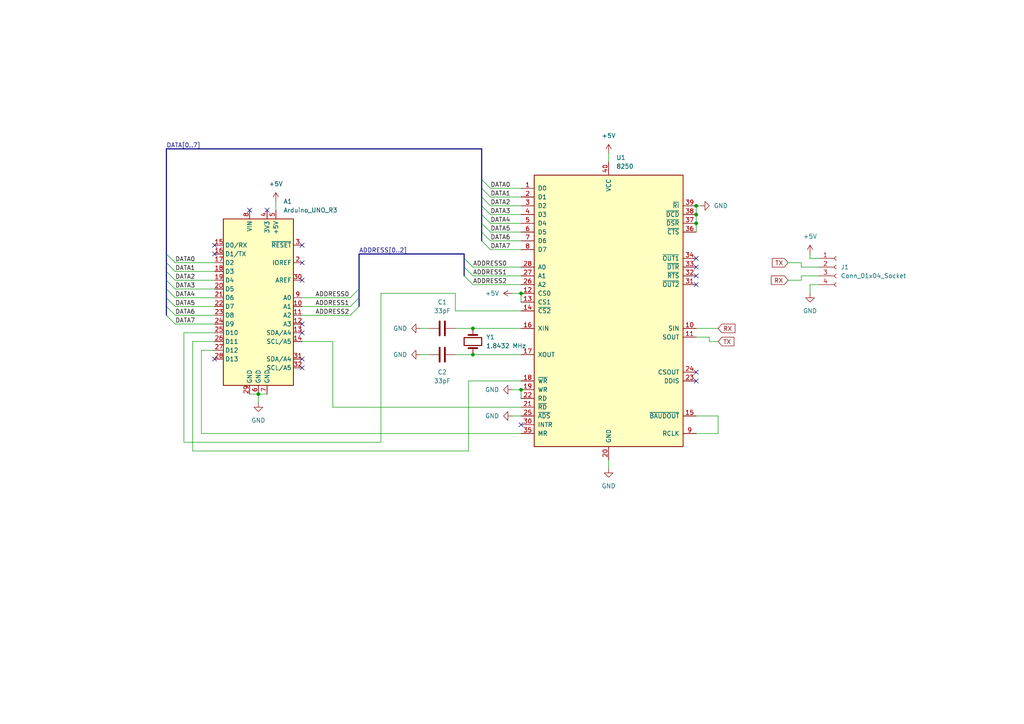
<source format=kicad_sch>
(kicad_sch (version 20230121) (generator eeschema)
  (paper "A4")
  (lib_symbols
    (symbol "Connector:Conn_01x04_Socket" (pin_names (offset 1.016) hide)
      (property "Reference" "J" (at 0 5.08 0))
      (property "Value" "Conn_01x04_Socket" (at 0 -7.62 0))
      (symbol "Conn_01x04_Socket_1_1"
        (arc (start 0 -4.572) (mid -0.5058 -5.08) (end 0 -5.588) (stroke (width 0.1524)))
        (arc (start 0 -2.032) (mid -0.5058 -2.54) (end 0 -3.048) (stroke (width 0.1524)))
        (polyline (pts (xy -1.27 -5.08) (xy -0.508 -5.08)) (stroke (width 0.1524)))
        (polyline (pts (xy -1.27 -2.54) (xy -0.508 -2.54)) (stroke (width 0.1524)))
        (polyline (pts (xy -1.27 0) (xy -0.508 0)) (stroke (width 0.1524)))
        (polyline (pts (xy -1.27 2.54) (xy -0.508 2.54)) (stroke (width 0.1524)))
        (arc (start 0 0.508) (mid -0.5058 0) (end 0 -0.508) (stroke (width 0.1524)))
        (arc (start 0 3.048) (mid -0.5058 2.54) (end 0 2.032) (stroke (width 0.1524)))
        (pin passive line (at -5.08 2.54 0) (length 3.81) (name "Pin_1") (number "1"))
        (pin passive line (at -5.08 0 0) (length 3.81) (name "Pin_2") (number "2"))
        (pin passive line (at -5.08 -2.54 0) (length 3.81) (name "Pin_3") (number "3"))
        (pin passive line (at -5.08 -5.08 0) (length 3.81) (name "Pin_4") (number "4"))
      )
    )
    (symbol "Device:C" (pin_numbers hide) (pin_names (offset 0.254))
      (property "Reference" "C" (at 0.635 2.54 0))
      (property "Value" "C" (at 0.635 -2.54 0))
      (symbol "C_0_1"
        (polyline (pts (xy -2.032 -0.762) (xy 2.032 -0.762)) (stroke (width 0.508)))
        (polyline (pts (xy -2.032 0.762) (xy 2.032 0.762)) (stroke (width 0.508)))
      )
      (symbol "C_1_1"
        (pin passive line (at 0 3.81 270) (length 2.794) (name "~") (number "1"))
        (pin passive line (at 0 -3.81 90) (length 2.794) (name "~") (number "2"))
      )
    )
    (symbol "Device:Crystal" (pin_numbers hide) (pin_names (offset 1.016) hide)
      (property "Reference" "Y" (at 0 3.81 0))
      (property "Value" "Crystal" (at 0 -3.81 0))
      (symbol "Crystal_0_1"
        (rectangle (start -1.143 2.54) (end 1.143 -2.54) (stroke (width 0.3048)))
        (polyline (pts (xy -2.54 0) (xy -1.905 0)))
        (polyline (pts (xy -1.905 -1.27) (xy -1.905 1.27)) (stroke (width 0.508)))
        (polyline (pts (xy 1.905 -1.27) (xy 1.905 1.27)) (stroke (width 0.508)))
        (polyline (pts (xy 2.54 0) (xy 1.905 0)))
      )
      (symbol "Crystal_1_1"
        (pin passive line (at -3.81 0 0) (length 1.27) (name "1") (number "1"))
        (pin passive line (at 3.81 0 180) (length 1.27) (name "2") (number "2"))
      )
    )
    (symbol "Interface_UART:8250" (pin_names (offset 1.016))
      (property "Reference" "U" (at -21.59 40.64 0))
      (property "Value" "8250" (at 15.24 40.64 0))
      (symbol "8250_0_1"
        (rectangle (start -21.59 -39.37) (end 21.59 39.37) (stroke (width 0.254)) (fill (type background)))
      )
      (symbol "8250_1_1"
        (pin bidirectional line (at -25.4 35.56 0) (length 3.81) (name "D0") (number "1"))
        (pin input line (at 25.4 -5.08 180) (length 3.81) (name "SIN") (number "10"))
        (pin output line (at 25.4 -7.62 180) (length 3.81) (name "SOUT") (number "11"))
        (pin input line (at -25.4 5.08 0) (length 3.81) (name "CS0") (number "12"))
        (pin input line (at -25.4 2.54 0) (length 3.81) (name "CS1") (number "13"))
        (pin input line (at -25.4 0 0) (length 3.81) (name "~{CS2}") (number "14"))
        (pin output line (at 25.4 -30.48 180) (length 3.81) (name "~{BAUDOUT}") (number "15"))
        (pin input line (at -25.4 -5.08 0) (length 3.81) (name "XIN") (number "16"))
        (pin output line (at -25.4 -12.7 0) (length 3.81) (name "XOUT") (number "17"))
        (pin input line (at -25.4 -20.32 0) (length 3.81) (name "~{WR}") (number "18"))
        (pin input line (at -25.4 -22.86 0) (length 3.81) (name "WR") (number "19"))
        (pin bidirectional line (at -25.4 33.02 0) (length 3.81) (name "D1") (number "2"))
        (pin power_in line (at 0 -43.18 90) (length 3.81) (name "GND") (number "20"))
        (pin input line (at -25.4 -27.94 0) (length 3.81) (name "~{RD}") (number "21"))
        (pin input line (at -25.4 -25.4 0) (length 3.81) (name "RD") (number "22"))
        (pin output line (at 25.4 -20.32 180) (length 3.81) (name "DDIS") (number "23"))
        (pin output line (at 25.4 -17.78 180) (length 3.81) (name "CSOUT") (number "24"))
        (pin input line (at -25.4 -30.48 0) (length 3.81) (name "~{ADS}") (number "25"))
        (pin input line (at -25.4 7.62 0) (length 3.81) (name "A2") (number "26"))
        (pin input line (at -25.4 10.16 0) (length 3.81) (name "A1") (number "27"))
        (pin input line (at -25.4 12.7 0) (length 3.81) (name "A0") (number "28"))
        (pin bidirectional line (at -25.4 30.48 0) (length 3.81) (name "D2") (number "3"))
        (pin output line (at -25.4 -33.02 0) (length 3.81) (name "INTR") (number "30"))
        (pin output line (at 25.4 7.62 180) (length 3.81) (name "~{OUT2}") (number "31"))
        (pin output line (at 25.4 10.16 180) (length 3.81) (name "~{RTS}") (number "32"))
        (pin output line (at 25.4 12.7 180) (length 3.81) (name "~{DTR}") (number "33"))
        (pin output line (at 25.4 15.24 180) (length 3.81) (name "~{OUT1}") (number "34"))
        (pin input line (at -25.4 -35.56 0) (length 3.81) (name "MR") (number "35"))
        (pin input line (at 25.4 22.86 180) (length 3.81) (name "~{CTS}") (number "36"))
        (pin input line (at 25.4 25.4 180) (length 3.81) (name "~{DSR}") (number "37"))
        (pin input line (at 25.4 27.94 180) (length 3.81) (name "~{DCD}") (number "38"))
        (pin input line (at 25.4 30.48 180) (length 3.81) (name "~{RI}") (number "39"))
        (pin bidirectional line (at -25.4 27.94 0) (length 3.81) (name "D3") (number "4"))
        (pin power_in line (at 0 43.18 270) (length 3.81) (name "VCC") (number "40"))
        (pin bidirectional line (at -25.4 25.4 0) (length 3.81) (name "D4") (number "5"))
        (pin bidirectional line (at -25.4 22.86 0) (length 3.81) (name "D5") (number "6"))
        (pin bidirectional line (at -25.4 20.32 0) (length 3.81) (name "D6") (number "7"))
        (pin bidirectional line (at -25.4 17.78 0) (length 3.81) (name "D7") (number "8"))
        (pin input line (at 25.4 -35.56 180) (length 3.81) (name "RCLK") (number "9"))
      )
    )
    (symbol "MCU_Module:Arduino_UNO_R3"
      (property "Reference" "A" (at -10.16 23.495 0))
      (property "Value" "Arduino_UNO_R3" (at 5.08 -26.67 0))
      (symbol "Arduino_UNO_R3_0_1"
        (rectangle (start -10.16 22.86) (end 10.16 -25.4) (stroke (width 0.254)) (fill (type background)))
      )
      (symbol "Arduino_UNO_R3_1_1"
        (pin no_connect line (at -10.16 -20.32 0) (length 2.54) hide (name "NC") (number "1"))
        (pin bidirectional line (at 12.7 -2.54 180) (length 2.54) (name "A1") (number "10"))
        (pin bidirectional line (at 12.7 -5.08 180) (length 2.54) (name "A2") (number "11"))
        (pin bidirectional line (at 12.7 -7.62 180) (length 2.54) (name "A3") (number "12"))
        (pin bidirectional line (at 12.7 -10.16 180) (length 2.54) (name "SDA/A4") (number "13"))
        (pin bidirectional line (at 12.7 -12.7 180) (length 2.54) (name "SCL/A5") (number "14"))
        (pin bidirectional line (at -12.7 15.24 0) (length 2.54) (name "D0/RX") (number "15"))
        (pin bidirectional line (at -12.7 12.7 0) (length 2.54) (name "D1/TX") (number "16"))
        (pin bidirectional line (at -12.7 10.16 0) (length 2.54) (name "D2") (number "17"))
        (pin bidirectional line (at -12.7 7.62 0) (length 2.54) (name "D3") (number "18"))
        (pin bidirectional line (at -12.7 5.08 0) (length 2.54) (name "D4") (number "19"))
        (pin output line (at 12.7 10.16 180) (length 2.54) (name "IOREF") (number "2"))
        (pin bidirectional line (at -12.7 2.54 0) (length 2.54) (name "D5") (number "20"))
        (pin bidirectional line (at -12.7 0 0) (length 2.54) (name "D6") (number "21"))
        (pin bidirectional line (at -12.7 -2.54 0) (length 2.54) (name "D7") (number "22"))
        (pin bidirectional line (at -12.7 -5.08 0) (length 2.54) (name "D8") (number "23"))
        (pin bidirectional line (at -12.7 -7.62 0) (length 2.54) (name "D9") (number "24"))
        (pin bidirectional line (at -12.7 -10.16 0) (length 2.54) (name "D10") (number "25"))
        (pin bidirectional line (at -12.7 -12.7 0) (length 2.54) (name "D11") (number "26"))
        (pin bidirectional line (at -12.7 -15.24 0) (length 2.54) (name "D12") (number "27"))
        (pin bidirectional line (at -12.7 -17.78 0) (length 2.54) (name "D13") (number "28"))
        (pin power_in line (at -2.54 -27.94 90) (length 2.54) (name "GND") (number "29"))
        (pin input line (at 12.7 15.24 180) (length 2.54) (name "~{RESET}") (number "3"))
        (pin input line (at 12.7 5.08 180) (length 2.54) (name "AREF") (number "30"))
        (pin bidirectional line (at 12.7 -17.78 180) (length 2.54) (name "SDA/A4") (number "31"))
        (pin bidirectional line (at 12.7 -20.32 180) (length 2.54) (name "SCL/A5") (number "32"))
        (pin power_out line (at 2.54 25.4 270) (length 2.54) (name "3V3") (number "4"))
        (pin power_out line (at 5.08 25.4 270) (length 2.54) (name "+5V") (number "5"))
        (pin power_in line (at 0 -27.94 90) (length 2.54) (name "GND") (number "6"))
        (pin power_in line (at 2.54 -27.94 90) (length 2.54) (name "GND") (number "7"))
        (pin power_in line (at -2.54 25.4 270) (length 2.54) (name "VIN") (number "8"))
        (pin bidirectional line (at 12.7 0 180) (length 2.54) (name "A0") (number "9"))
      )
    )
    (symbol "power:+5V" (power) (pin_names (offset 0))
      (property "Value" "+5V" (at 0 3.556 0))
      (symbol "+5V_0_1"
        (polyline (pts (xy -0.762 1.27) (xy 0 2.54)))
        (polyline (pts (xy 0 0) (xy 0 2.54)))
        (polyline (pts (xy 0 2.54) (xy 0.762 1.27)))
      )
      (symbol "+5V_1_1"
        (pin power_in line (at 0 0 90) (length 0) hide (name "+5V") (number "1"))
      )
    )
    (symbol "power:GND" (power) (pin_names (offset 0))
      (property "Value" "GND" (at 0 -3.81 0))
      (symbol "GND_0_1"
        (polyline (pts (xy 0 0) (xy 0 -1.27) (xy 1.27 -1.27) (xy 0 -2.54) (xy -1.27 -1.27) (xy 0 -1.27)))
      )
      (symbol "GND_1_1"
        (pin power_in line (at 0 0 270) (length 0) hide (name "GND") (number "1"))
      )
    )
  )
  (junction (at 74.93 114.3))
  (junction (at 201.93 59.69))
  (junction (at 201.93 62.23))
  (junction (at 137.16 102.87))
  (junction (at 151.13 113.03))
  (junction (at 201.93 64.77))
  (junction (at 137.16 95.25))
  (junction (at 151.13 85.09))
  (no_connect (at 87.63 96.52))
  (no_connect (at 87.63 76.2))
  (no_connect (at 87.63 104.14))
  (no_connect (at 87.63 106.68))
  (no_connect (at 87.63 93.98))
  (no_connect (at 201.93 82.55))
  (no_connect (at 151.13 123.19))
  (no_connect (at 87.63 81.28))
  (no_connect (at 87.63 71.12))
  (no_connect (at 62.23 104.14))
  (no_connect (at 201.93 107.95))
  (no_connect (at 201.93 110.49))
  (no_connect (at 77.47 60.96))
  (no_connect (at 72.39 60.96))
  (no_connect (at 62.23 73.66))
  (no_connect (at 62.23 71.12))
  (no_connect (at 201.93 77.47))
  (no_connect (at 201.93 80.01))
  (no_connect (at 201.93 74.93))
  (bus_entry (at 134.62 77.47) (size 2.54 2.54))
  (bus_entry (at 48.26 86.36) (size 2.54 2.54))
  (bus_entry (at 104.14 86.36) (size -2.54 2.54))
  (bus_entry (at 134.62 80.01) (size 2.54 2.54))
  (bus_entry (at 139.7 69.85) (size 2.54 2.54))
  (bus_entry (at 48.26 76.2) (size 2.54 2.54))
  (bus_entry (at 139.7 59.69) (size 2.54 2.54))
  (bus_entry (at 139.7 67.31) (size 2.54 2.54))
  (bus_entry (at 48.26 73.66) (size 2.54 2.54))
  (bus_entry (at 134.62 74.93) (size 2.54 2.54))
  (bus_entry (at 104.14 88.9) (size -2.54 2.54))
  (bus_entry (at 48.26 88.9) (size 2.54 2.54))
  (bus_entry (at 139.7 52.07) (size 2.54 2.54))
  (bus_entry (at 48.26 78.74) (size 2.54 2.54))
  (bus_entry (at 139.7 62.23) (size 2.54 2.54))
  (bus_entry (at 104.14 83.82) (size -2.54 2.54))
  (bus_entry (at 48.26 91.44) (size 2.54 2.54))
  (bus_entry (at 48.26 83.82) (size 2.54 2.54))
  (bus_entry (at 48.26 81.28) (size 2.54 2.54))
  (bus_entry (at 139.7 54.61) (size 2.54 2.54))
  (bus_entry (at 139.7 64.77) (size 2.54 2.54))
  (bus_entry (at 139.7 57.15) (size 2.54 2.54))
  (wire (pts (xy 228.6 76.2) (xy 232.41 76.2)))
  (bus (pts (xy 139.7 52.07) (xy 139.7 54.61)))
  (wire (pts (xy 132.08 85.09) (xy 132.08 90.17)))
  (wire (pts (xy 151.13 113.03) (xy 151.13 115.57)))
  (bus (pts (xy 134.62 77.47) (xy 134.62 80.01)))
  (wire (pts (xy 205.74 99.06) (xy 208.28 99.06)))
  (wire (pts (xy 135.89 110.49) (xy 135.89 130.81)))
  (bus (pts (xy 48.26 73.66) (xy 48.26 43.18)))
  (wire (pts (xy 176.53 133.35) (xy 176.53 135.89)))
  (wire (pts (xy 50.8 83.82) (xy 62.23 83.82)))
  (wire (pts (xy 142.24 69.85) (xy 151.13 69.85)))
  (wire (pts (xy 148.59 120.65) (xy 151.13 120.65)))
  (bus (pts (xy 48.26 86.36) (xy 48.26 83.82)))
  (wire (pts (xy 87.63 91.44) (xy 101.6 91.44)))
  (bus (pts (xy 48.26 81.28) (xy 48.26 78.74)))
  (wire (pts (xy 201.93 95.25) (xy 208.28 95.25)))
  (wire (pts (xy 234.95 74.93) (xy 234.95 73.66)))
  (wire (pts (xy 205.74 97.79) (xy 205.74 99.06)))
  (wire (pts (xy 142.24 54.61) (xy 151.13 54.61)))
  (bus (pts (xy 104.14 83.82) (xy 104.14 86.36)))
  (bus (pts (xy 139.7 62.23) (xy 139.7 64.77)))
  (bus (pts (xy 139.7 54.61) (xy 139.7 57.15)))
  (wire (pts (xy 55.88 130.81) (xy 55.88 99.06)))
  (wire (pts (xy 50.8 86.36) (xy 62.23 86.36)))
  (wire (pts (xy 50.8 78.74) (xy 62.23 78.74)))
  (wire (pts (xy 121.92 102.87) (xy 124.46 102.87)))
  (wire (pts (xy 142.24 67.31) (xy 151.13 67.31)))
  (wire (pts (xy 201.93 125.73) (xy 208.28 125.73)))
  (wire (pts (xy 96.52 99.06) (xy 96.52 118.11)))
  (wire (pts (xy 232.41 77.47) (xy 237.49 77.47)))
  (wire (pts (xy 151.13 125.73) (xy 58.42 125.73)))
  (bus (pts (xy 104.14 83.82) (xy 104.14 73.66)))
  (wire (pts (xy 135.89 130.81) (xy 55.88 130.81)))
  (wire (pts (xy 201.93 59.69) (xy 201.93 62.23)))
  (wire (pts (xy 110.49 85.09) (xy 110.49 128.27)))
  (wire (pts (xy 135.89 110.49) (xy 151.13 110.49)))
  (bus (pts (xy 48.26 88.9) (xy 48.26 86.36)))
  (wire (pts (xy 148.59 85.09) (xy 151.13 85.09)))
  (bus (pts (xy 139.7 64.77) (xy 139.7 67.31)))
  (wire (pts (xy 80.01 58.42) (xy 80.01 60.96)))
  (wire (pts (xy 148.59 113.03) (xy 151.13 113.03)))
  (wire (pts (xy 58.42 101.6) (xy 62.23 101.6)))
  (bus (pts (xy 139.7 67.31) (xy 139.7 69.85)))
  (wire (pts (xy 58.42 125.73) (xy 58.42 101.6)))
  (wire (pts (xy 137.16 82.55) (xy 151.13 82.55)))
  (wire (pts (xy 142.24 64.77) (xy 151.13 64.77)))
  (wire (pts (xy 50.8 76.2) (xy 62.23 76.2)))
  (wire (pts (xy 237.49 74.93) (xy 234.95 74.93)))
  (wire (pts (xy 228.6 81.28) (xy 232.41 81.28)))
  (wire (pts (xy 201.93 97.79) (xy 205.74 97.79)))
  (wire (pts (xy 87.63 88.9) (xy 101.6 88.9)))
  (wire (pts (xy 176.53 44.45) (xy 176.53 46.99)))
  (bus (pts (xy 134.62 73.66) (xy 134.62 74.93)))
  (wire (pts (xy 142.24 72.39) (xy 151.13 72.39)))
  (wire (pts (xy 132.08 95.25) (xy 137.16 95.25)))
  (wire (pts (xy 50.8 91.44) (xy 62.23 91.44)))
  (wire (pts (xy 232.41 76.2) (xy 232.41 77.47)))
  (wire (pts (xy 137.16 77.47) (xy 151.13 77.47)))
  (wire (pts (xy 234.95 85.09) (xy 234.95 82.55)))
  (wire (pts (xy 50.8 88.9) (xy 62.23 88.9)))
  (wire (pts (xy 208.28 120.65) (xy 201.93 120.65)))
  (wire (pts (xy 137.16 102.87) (xy 151.13 102.87)))
  (bus (pts (xy 48.26 43.18) (xy 139.7 43.18)))
  (wire (pts (xy 87.63 99.06) (xy 96.52 99.06)))
  (wire (pts (xy 132.08 90.17) (xy 151.13 90.17)))
  (wire (pts (xy 50.8 93.98) (xy 62.23 93.98)))
  (bus (pts (xy 104.14 86.36) (xy 104.14 88.9)))
  (wire (pts (xy 87.63 86.36) (xy 101.6 86.36)))
  (bus (pts (xy 104.14 73.66) (xy 134.62 73.66)))
  (wire (pts (xy 137.16 95.25) (xy 151.13 95.25)))
  (wire (pts (xy 132.08 102.87) (xy 137.16 102.87)))
  (wire (pts (xy 234.95 82.55) (xy 237.49 82.55)))
  (wire (pts (xy 62.23 96.52) (xy 53.34 96.52)))
  (wire (pts (xy 74.93 114.3) (xy 74.93 116.84)))
  (bus (pts (xy 134.62 74.93) (xy 134.62 77.47)))
  (wire (pts (xy 208.28 125.73) (xy 208.28 120.65)))
  (wire (pts (xy 201.93 64.77) (xy 201.93 67.31)))
  (wire (pts (xy 232.41 80.01) (xy 237.49 80.01)))
  (wire (pts (xy 201.93 62.23) (xy 201.93 64.77)))
  (wire (pts (xy 232.41 81.28) (xy 232.41 80.01)))
  (wire (pts (xy 53.34 128.27) (xy 110.49 128.27)))
  (wire (pts (xy 201.93 59.69) (xy 203.2 59.69)))
  (wire (pts (xy 96.52 118.11) (xy 151.13 118.11)))
  (wire (pts (xy 142.24 62.23) (xy 151.13 62.23)))
  (bus (pts (xy 139.7 43.18) (xy 139.7 52.07)))
  (wire (pts (xy 142.24 57.15) (xy 151.13 57.15)))
  (wire (pts (xy 50.8 81.28) (xy 62.23 81.28)))
  (wire (pts (xy 151.13 87.63) (xy 151.13 85.09)))
  (wire (pts (xy 110.49 85.09) (xy 132.08 85.09)))
  (wire (pts (xy 121.92 95.25) (xy 124.46 95.25)))
  (bus (pts (xy 48.26 76.2) (xy 48.26 73.66)))
  (bus (pts (xy 48.26 91.44) (xy 48.26 88.9)))
  (wire (pts (xy 142.24 59.69) (xy 151.13 59.69)))
  (wire (pts (xy 55.88 99.06) (xy 62.23 99.06)))
  (wire (pts (xy 137.16 80.01) (xy 151.13 80.01)))
  (bus (pts (xy 48.26 78.74) (xy 48.26 76.2)))
  (wire (pts (xy 53.34 96.52) (xy 53.34 128.27)))
  (bus (pts (xy 48.26 83.82) (xy 48.26 81.28)))
  (wire (pts (xy 74.93 114.3) (xy 77.47 114.3)))
  (bus (pts (xy 139.7 59.69) (xy 139.7 62.23)))
  (wire (pts (xy 72.39 114.3) (xy 74.93 114.3)))
  (bus (pts (xy 139.7 57.15) (xy 139.7 59.69)))
  (label "DATA1" (at 142.24 57.15 0))
  (label "DATA4" (at 50.8 86.36 0))
  (label "ADDRESS2" (at 91.44 91.44 0))
  (label "DATA1" (at 50.8 78.74 0))
  (label "DATA2" (at 142.24 59.69 0))
  (label "DATA6" (at 142.24 69.85 0))
  (label "DATA0" (at 142.24 54.61 0))
  (label "DATA2" (at 50.8 81.28 0))
  (label "ADDRESS2" (at 137.16 82.55 0))
  (label "DATA7" (at 142.24 72.39 0))
  (label "DATA7" (at 50.8 93.98 0))
  (label "DATA5" (at 50.8 88.9 0))
  (label "DATA6" (at 50.8 91.44 0))
  (label "DATA5" (at 142.24 67.31 0))
  (label "DATA4" (at 142.24 64.77 0))
  (label "DATA3" (at 50.8 83.82 0))
  (label "DATA0" (at 50.8 76.2 0))
  (label "ADDRESS0" (at 137.16 77.47 0))
  (label "ADDRESS1" (at 91.44 88.9 0))
  (label "ADDRESS[0..2]" (at 104.14 73.66 0))
  (label "ADDRESS1" (at 137.16 80.01 0))
  (label "DATA3" (at 142.24 62.23 0))
  (label "DATA[0..7]" (at 48.26 43.18 0))
  (label "ADDRESS0" (at 91.44 86.36 0))
  (global_label "RX" (shape input) (at 228.6 81.28 180) (property "Intersheetrefs" "${INTERSHEET_REFS}" (effects hide)))
  (global_label "TX" (shape input) (at 228.6 76.2 180) (property "Intersheetrefs" "${INTERSHEET_REFS}" (effects hide)))
  (global_label "TX" (shape input) (at 208.28 99.06 0) (property "Intersheetrefs" "${INTERSHEET_REFS}" (effects hide)))
  (global_label "RX" (shape input) (at 208.28 95.25 0) (property "Intersheetrefs" "${INTERSHEET_REFS}" (effects hide)))
  (symbol (lib_id "power:GND") (at 121.92 95.25 270) (unit 1)
    (property "Reference" "#PWR07" (effects hide))
    (property "Value" "GND" (at 118.11 95.25 90) (effects (justify right)))
  )
  (symbol (lib_id "Connector:Conn_01x04_Socket") (at 242.57 77.47 0) (unit 1)
    (property "Reference" "J1" (at 243.84 77.47 0) (effects (justify left)))
    (property "Value" "Conn_01x04_Socket" (at 243.84 80.01 0) (effects (justify left)))
  )
  (symbol (lib_id "MCU_Module:Arduino_UNO_R3") (at 74.93 86.36 0) (unit 1)
    (property "Reference" "A1" (at 82.2041 58.42 0) (effects (justify left)))
    (property "Value" "Arduino_UNO_R3" (at 82.2041 60.96 0) (effects (justify left)))
    (property "Footprint" "Module:Arduino_UNO_R3" (effects hide))
    (property "Datasheet" "https://www.arduino.cc/en/Main/arduinoBoardUno" (effects hide))
  )
  (symbol (lib_id "power:GND") (at 234.95 85.09 0) (unit 1)
    (property "Reference" "#PWR04" (effects hide))
    (property "Value" "GND" (at 234.95 90.17 0))
  )
  (symbol (lib_id "Device:Crystal") (at 137.16 99.06 90) (unit 1)
    (property "Reference" "Y1" (at 140.97 97.79 90) (effects (justify right)))
    (property "Value" "1.8432 MHz" (at 140.97 100.33 90) (effects (justify right)))
  )
  (symbol (lib_id "power:GND") (at 203.2 59.69 90) (unit 1)
    (property "Reference" "#PWR012" (effects hide))
    (property "Value" "GND" (at 207.01 59.69 90) (effects (justify right)))
  )
  (symbol (lib_id "Device:C") (at 128.27 102.87 90) (unit 1)
    (property "Reference" "C2" (at 128.27 107.95 90))
    (property "Value" "33pF" (at 128.27 110.49 90))
  )
  (symbol (lib_id "power:GND") (at 121.92 102.87 270) (unit 1)
    (property "Reference" "#PWR08" (effects hide))
    (property "Value" "GND" (at 118.11 102.87 90) (effects (justify right)))
  )
  (symbol (lib_id "power:+5V") (at 148.59 85.09 90) (unit 1)
    (property "Reference" "#PWR09" (effects hide))
    (property "Value" "+5V" (at 144.78 85.09 90) (effects (justify left)))
  )
  (symbol (lib_id "power:+5V") (at 176.53 44.45 0) (unit 1)
    (property "Reference" "#PWR01" (effects hide))
    (property "Value" "+5V" (at 176.53 39.37 0))
  )
  (symbol (lib_id "power:GND") (at 176.53 135.89 0) (unit 1)
    (property "Reference" "#PWR05" (effects hide))
    (property "Value" "GND" (at 176.53 140.97 0))
  )
  (symbol (lib_id "Interface_UART:8250") (at 176.53 90.17 0) (unit 1)
    (property "Reference" "U1" (at 178.7241 45.72 0) (effects (justify left)))
    (property "Value" "8250" (at 178.7241 48.26 0) (effects (justify left)))
    (property "Footprint" "Package_DIP:DIP-40_W15.24mm" (effects hide))
  )
  (symbol (lib_id "power:+5V") (at 80.01 58.42 0) (unit 1)
    (property "Reference" "#PWR02" (effects hide))
    (property "Value" "+5V" (at 80.01 53.34 0))
  )
  (symbol (lib_id "Device:C") (at 128.27 95.25 90) (unit 1)
    (property "Reference" "C1" (at 128.27 87.63 90))
    (property "Value" "33pF" (at 128.27 90.17 90))
  )
  (symbol (lib_id "power:+5V") (at 234.95 73.66 0) (unit 1)
    (property "Reference" "#PWR03" (effects hide))
    (property "Value" "+5V" (at 234.95 68.58 0))
  )
  (symbol (lib_id "power:GND") (at 148.59 120.65 270) (unit 1)
    (property "Reference" "#PWR011" (effects hide))
    (property "Value" "GND" (at 144.78 120.65 90) (effects (justify right)))
  )
  (symbol (lib_id "power:GND") (at 148.59 113.03 270) (unit 1)
    (property "Reference" "#PWR010" (effects hide))
    (property "Value" "GND" (at 144.78 113.03 90) (effects (justify right)))
  )
  (symbol (lib_id "power:GND") (at 74.93 116.84 0) (unit 1)
    (property "Reference" "#PWR06" (effects hide))
    (property "Value" "GND" (at 74.93 121.92 0))
  )
)
</source>
